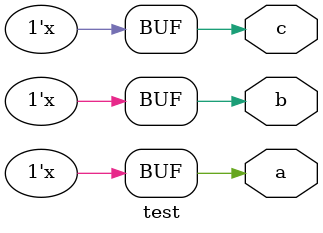
<source format=v>
`timescale 1ns / 1ps
module test(
    output reg a,
    output reg b,
    output reg c
    );
	initial begin
		a=1;
		b=0;
		c=1;
	end
		
	initial begin
		#1;
		a<=b;
		b=c;
		c<=b;
	end

endmodule

</source>
